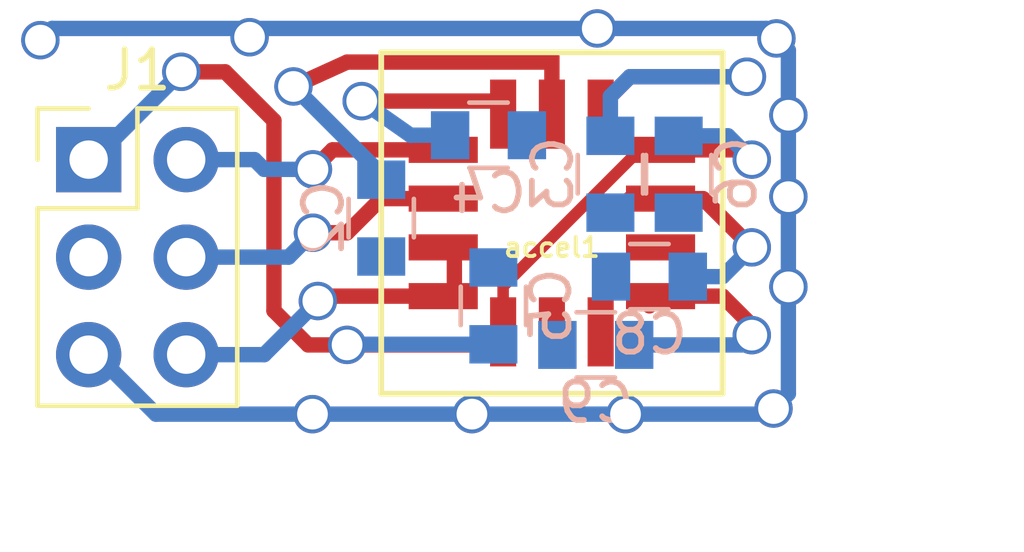
<source format=kicad_pcb>
(kicad_pcb (version 4) (host pcbnew 4.0.7)

  (general
    (links 24)
    (no_connects 11)
    (area 157.667618 104.172699 196.4285 121.032)
    (thickness 1.6)
    (drawings 6)
    (tracks 113)
    (zones 0)
    (modules 9)
    (nets 11)
  )

  (page A4)
  (title_block
    (title "Evaluation Board - ADXL355")
    (date 2018-03-06)
  )

  (layers
    (0 F.Cu signal)
    (31 B.Cu signal)
    (32 B.Adhes user)
    (33 F.Adhes user)
    (34 B.Paste user)
    (35 F.Paste user)
    (36 B.SilkS user)
    (37 F.SilkS user)
    (38 B.Mask user)
    (39 F.Mask user)
    (40 Dwgs.User user)
    (41 Cmts.User user)
    (42 Eco1.User user)
    (43 Eco2.User user)
    (44 Edge.Cuts user)
    (45 Margin user)
    (46 B.CrtYd user)
    (47 F.CrtYd user)
    (48 B.Fab user)
    (49 F.Fab user)
  )

  (setup
    (last_trace_width 0.25)
    (user_trace_width 0.2)
    (user_trace_width 0.3)
    (user_trace_width 0.4)
    (user_trace_width 0.6)
    (trace_clearance 0.25)
    (zone_clearance 0.508)
    (zone_45_only yes)
    (trace_min 0.2)
    (segment_width 0.2)
    (edge_width 0.15)
    (via_size 0.6)
    (via_drill 0.4)
    (via_min_size 0.4)
    (via_min_drill 0.3)
    (user_via 0.4 0.3)
    (user_via 0.6 0.3)
    (user_via 0.8 0.6)
    (user_via 1 0.8)
    (user_via 1.1 0.8)
    (uvia_size 0.3)
    (uvia_drill 0.1)
    (uvias_allowed no)
    (uvia_min_size 0.2)
    (uvia_min_drill 0.1)
    (pcb_text_width 0.3)
    (pcb_text_size 1.5 1.5)
    (mod_edge_width 0.15)
    (mod_text_size 1 1)
    (mod_text_width 0.15)
    (pad_size 1.524 1.524)
    (pad_drill 0.762)
    (pad_to_mask_clearance 0.2)
    (aux_axis_origin 174.371 101.727)
    (grid_origin 162.941 116.332)
    (visible_elements 7FFCF7FF)
    (pcbplotparams
      (layerselection 0x00030_80000001)
      (usegerberextensions false)
      (excludeedgelayer true)
      (linewidth 0.100000)
      (plotframeref false)
      (viasonmask false)
      (mode 1)
      (useauxorigin false)
      (hpglpennumber 1)
      (hpglpenspeed 20)
      (hpglpendiameter 15)
      (hpglpenoverlay 2)
      (psnegative false)
      (psa4output false)
      (plotreference true)
      (plotvalue false)
      (plotinvisibletext false)
      (padsonsilk false)
      (subtractmaskfromsilk false)
      (outputformat 2)
      (mirror false)
      (drillshape 1)
      (scaleselection 1)
      (outputdirectory ./))
  )

  (net 0 "")
  (net 1 "Net-(J1-Pad2)")
  (net 2 "Net-(J1-Pad4)")
  (net 3 "Net-(J1-Pad6)")
  (net 4 VDD)
  (net 5 GNDREF)
  (net 6 "Net-(C3-Pad1)")
  (net 7 "Net-(C2-Pad1)")
  (net 8 "Net-(C4-Pad1)")
  (net 9 "Net-(C9-Pad2)")
  (net 10 "Net-(C8-Pad2)")

  (net_class Default "Ceci est la Netclass par défaut"
    (clearance 0.25)
    (trace_width 0.25)
    (via_dia 0.6)
    (via_drill 0.4)
    (uvia_dia 0.3)
    (uvia_drill 0.1)
    (add_net GNDREF)
    (add_net "Net-(C2-Pad1)")
    (add_net "Net-(C3-Pad1)")
    (add_net "Net-(C4-Pad1)")
    (add_net "Net-(C8-Pad2)")
    (add_net "Net-(C9-Pad2)")
    (add_net "Net-(J1-Pad2)")
    (add_net "Net-(J1-Pad4)")
    (add_net "Net-(J1-Pad6)")
    (add_net VDD)
  )

  (module Accelerometer:ADXL355 (layer F.Cu) (tedit 5A9E82E0) (tstamp 5A9E8461)
    (at 179.705 111.125)
    (path /5A9D869E)
    (fp_text reference accel1 (at -2.54 0) (layer F.SilkS)
      (effects (font (size 0.5 0.5) (thickness 0.1)))
    )
    (fp_text value ADXL355 (at -2.54 -1.27) (layer F.Fab)
      (effects (font (size 0.5 0.5) (thickness 0.1)))
    )
    (fp_line (start -6.985 -5.08) (end 1.905 -5.08) (layer F.SilkS) (width 0.15))
    (fp_line (start 1.905 -5.08) (end 1.905 3.81) (layer F.SilkS) (width 0.15))
    (fp_line (start 1.905 3.81) (end -6.985 3.81) (layer F.SilkS) (width 0.15))
    (fp_line (start -6.985 3.81) (end -6.985 -5.08) (layer F.SilkS) (width 0.15))
    (pad 1 smd rect (at -5.08 -2.54) (size 1.8 0.68) (drill (offset -0.29 0)) (layers F.Cu F.Paste F.Mask)
      (net 1 "Net-(J1-Pad2)"))
    (pad 2 smd rect (at -5.08 -1.27) (size 1.8 0.68) (drill (offset -0.29 0)) (layers F.Cu F.Paste F.Mask)
      (net 2 "Net-(J1-Pad4)"))
    (pad 3 smd rect (at -5.08 0) (size 1.8 0.68) (drill (offset -0.29 0)) (layers F.Cu F.Paste F.Mask)
      (net 3 "Net-(J1-Pad6)"))
    (pad 4 smd rect (at -5.08 1.27) (size 1.8 0.68) (drill (offset -0.29 0)) (layers F.Cu F.Paste F.Mask)
      (net 3 "Net-(J1-Pad6)"))
    (pad 5 smd rect (at -3.81 2.54 270) (size 1.8 0.68) (drill (offset -0.34 0)) (layers F.Cu F.Paste F.Mask)
      (net 4 VDD))
    (pad 6 smd rect (at -2.54 2.54 270) (size 1.8 0.68) (drill (offset -0.34 0)) (layers F.Cu F.Paste F.Mask)
      (net 5 GNDREF))
    (pad 7 smd rect (at -1.27 2.54 270) (size 1.8 0.68) (drill (offset -0.34 0)) (layers F.Cu F.Paste F.Mask)
      (net 5 GNDREF))
    (pad 8 smd rect (at 0 1.27) (size 1.8 0.68) (drill (offset 0.29 0)) (layers F.Cu F.Paste F.Mask)
      (net 9 "Net-(C9-Pad2)"))
    (pad 9 smd rect (at 0 0) (size 1.8 0.68) (drill (offset 0.29 0)) (layers F.Cu F.Paste F.Mask)
      (net 5 GNDREF))
    (pad 10 smd rect (at 0 -1.27) (size 1.8 0.68) (drill (offset 0.29 0)) (layers F.Cu F.Paste F.Mask)
      (net 10 "Net-(C8-Pad2)"))
    (pad 11 smd rect (at 0 -2.54) (size 1.8 0.68) (drill (offset 0.29 0)) (layers F.Cu F.Paste F.Mask)
      (net 4 VDD))
    (pad 12 smd rect (at -1.27 -3.81 90) (size 1.8 0.68) (drill (offset -0.34 0)) (layers F.Cu F.Paste F.Mask)
      (net 6 "Net-(C3-Pad1)"))
    (pad 13 smd rect (at -2.54 -3.81 90) (size 1.8 0.68) (drill (offset -0.34 0)) (layers F.Cu F.Paste F.Mask)
      (net 7 "Net-(C2-Pad1)"))
    (pad 14 smd rect (at -3.81 -3.81 90) (size 1.8 0.68) (drill (offset -0.34 0)) (layers F.Cu F.Paste F.Mask)
      (net 8 "Net-(C4-Pad1)"))
  )

  (module Pin_Headers:Pin_Header_Straight_2x03_Pitch2.54mm (layer F.Cu) (tedit 5AA10EB8) (tstamp 5A9E84AD)
    (at 165.1 108.839)
    (descr "Through hole straight pin header, 2x03, 2.54mm pitch, double rows")
    (tags "Through hole pin header THT 2x03 2.54mm double row")
    (path /5A9E6CCC)
    (fp_text reference J1 (at 1.27 -2.33) (layer F.SilkS)
      (effects (font (size 1 1) (thickness 0.15)))
    )
    (fp_text value Conn_02x03_Odd_Even (at 1.27 7.41) (layer F.Fab)
      (effects (font (size 1 1) (thickness 0.15)))
    )
    (fp_line (start 0 -1.27) (end 3.81 -1.27) (layer F.Fab) (width 0.1))
    (fp_line (start 3.81 -1.27) (end 3.81 6.35) (layer F.Fab) (width 0.1))
    (fp_line (start 3.81 6.35) (end -1.27 6.35) (layer F.Fab) (width 0.1))
    (fp_line (start -1.27 6.35) (end -1.27 0) (layer F.Fab) (width 0.1))
    (fp_line (start -1.27 0) (end 0 -1.27) (layer F.Fab) (width 0.1))
    (fp_line (start -1.33 6.41) (end 3.87 6.41) (layer F.SilkS) (width 0.12))
    (fp_line (start -1.33 1.27) (end -1.33 6.41) (layer F.SilkS) (width 0.12))
    (fp_line (start 3.87 -1.33) (end 3.87 6.41) (layer F.SilkS) (width 0.12))
    (fp_line (start -1.33 1.27) (end 1.27 1.27) (layer F.SilkS) (width 0.12))
    (fp_line (start 1.27 1.27) (end 1.27 -1.33) (layer F.SilkS) (width 0.12))
    (fp_line (start 1.27 -1.33) (end 3.87 -1.33) (layer F.SilkS) (width 0.12))
    (fp_line (start -1.33 0) (end -1.33 -1.33) (layer F.SilkS) (width 0.12))
    (fp_line (start -1.33 -1.33) (end 0 -1.33) (layer F.SilkS) (width 0.12))
    (fp_line (start -1.8 -1.8) (end -1.8 6.85) (layer F.CrtYd) (width 0.05))
    (fp_line (start -1.8 6.85) (end 4.35 6.85) (layer F.CrtYd) (width 0.05))
    (fp_line (start 4.35 6.85) (end 4.35 -1.8) (layer F.CrtYd) (width 0.05))
    (fp_line (start 4.35 -1.8) (end -1.8 -1.8) (layer F.CrtYd) (width 0.05))
    (fp_text user %R (at 1.016 7.62 180) (layer F.Fab)
      (effects (font (size 1 1) (thickness 0.15)))
    )
    (pad 1 thru_hole rect (at 0 0) (size 1.7 1.7) (drill 1) (layers *.Cu *.Mask)
      (net 4 VDD))
    (pad 2 thru_hole oval (at 2.54 0) (size 1.7 1.7) (drill 1) (layers *.Cu *.Mask)
      (net 1 "Net-(J1-Pad2)"))
    (pad 3 thru_hole oval (at 0 2.54) (size 1.7 1.7) (drill 1) (layers *.Cu *.Mask)
      (net 5 GNDREF))
    (pad 4 thru_hole oval (at 2.54 2.54) (size 1.7 1.7) (drill 1) (layers *.Cu *.Mask)
      (net 2 "Net-(J1-Pad4)"))
    (pad 5 thru_hole oval (at 0 5.08) (size 1.7 1.7) (drill 1) (layers *.Cu *.Mask)
      (net 5 GNDREF))
    (pad 6 thru_hole oval (at 2.54 5.08) (size 1.7 1.7) (drill 1) (layers *.Cu *.Mask)
      (net 3 "Net-(J1-Pad6)"))
    (model ${KISYS3DMOD}/Pin_Headers.3dshapes/Pin_Header_Straight_2x03_Pitch2.54mm.wrl
      (at (xyz 0 0 0))
      (scale (xyz 1 1 1))
      (rotate (xyz 0 0 0))
    )
  )

  (module Capacitors_SMD:C_0805 (layer B.Cu) (tedit 5AA10E52) (tstamp 5A9E8491)
    (at 179.705 111.887)
    (descr "Capacitor SMD 0805, reflow soldering, AVX (see smccp.pdf)")
    (tags "capacitor 0805")
    (path /5A9E6A0B)
    (attr smd)
    (fp_text reference C8 (at 0 1.5) (layer B.SilkS)
      (effects (font (size 1 1) (thickness 0.15)) (justify mirror))
    )
    (fp_text value 0.1uF (at 0 -1.75) (layer B.Fab)
      (effects (font (size 1 1) (thickness 0.15)) (justify mirror))
    )
    (fp_text user %R (at 2.794 0) (layer B.Fab)
      (effects (font (size 1 1) (thickness 0.15)) (justify mirror))
    )
    (fp_line (start -1 -0.62) (end -1 0.62) (layer B.Fab) (width 0.1))
    (fp_line (start 1 -0.62) (end -1 -0.62) (layer B.Fab) (width 0.1))
    (fp_line (start 1 0.62) (end 1 -0.62) (layer B.Fab) (width 0.1))
    (fp_line (start -1 0.62) (end 1 0.62) (layer B.Fab) (width 0.1))
    (fp_line (start 0.5 0.85) (end -0.5 0.85) (layer B.SilkS) (width 0.12))
    (fp_line (start -0.5 -0.85) (end 0.5 -0.85) (layer B.SilkS) (width 0.12))
    (fp_line (start -1.75 0.88) (end 1.75 0.88) (layer B.CrtYd) (width 0.05))
    (fp_line (start -1.75 0.88) (end -1.75 -0.87) (layer B.CrtYd) (width 0.05))
    (fp_line (start 1.75 -0.87) (end 1.75 0.88) (layer B.CrtYd) (width 0.05))
    (fp_line (start 1.75 -0.87) (end -1.75 -0.87) (layer B.CrtYd) (width 0.05))
    (pad 1 smd rect (at -1 0) (size 1 1.25) (layers B.Cu B.Paste B.Mask)
      (net 5 GNDREF))
    (pad 2 smd rect (at 1 0) (size 1 1.25) (layers B.Cu B.Paste B.Mask)
      (net 10 "Net-(C8-Pad2)"))
    (model Capacitors_SMD.3dshapes/C_0805.wrl
      (at (xyz 0 0 0))
      (scale (xyz 1 1 1))
      (rotate (xyz 0 0 0))
    )
  )

  (module Capacitors_SMD:C_0805 (layer B.Cu) (tedit 5AA10E6D) (tstamp 5A9E846D)
    (at 172.72 110.363 270)
    (descr "Capacitor SMD 0805, reflow soldering, AVX (see smccp.pdf)")
    (tags "capacitor 0805")
    (path /5A9E5244)
    (attr smd)
    (fp_text reference C2 (at 0 1.5 270) (layer B.SilkS)
      (effects (font (size 1 1) (thickness 0.15)) (justify mirror))
    )
    (fp_text value 0.1uF (at 0 -1.75 270) (layer B.Fab)
      (effects (font (size 1 1) (thickness 0.15)) (justify mirror))
    )
    (fp_text user %R (at -2.413 0 360) (layer B.Fab)
      (effects (font (size 1 1) (thickness 0.15)) (justify mirror))
    )
    (fp_line (start -1 -0.62) (end -1 0.62) (layer B.Fab) (width 0.1))
    (fp_line (start 1 -0.62) (end -1 -0.62) (layer B.Fab) (width 0.1))
    (fp_line (start 1 0.62) (end 1 -0.62) (layer B.Fab) (width 0.1))
    (fp_line (start -1 0.62) (end 1 0.62) (layer B.Fab) (width 0.1))
    (fp_line (start 0.5 0.85) (end -0.5 0.85) (layer B.SilkS) (width 0.12))
    (fp_line (start -0.5 -0.85) (end 0.5 -0.85) (layer B.SilkS) (width 0.12))
    (fp_line (start -1.75 0.88) (end 1.75 0.88) (layer B.CrtYd) (width 0.05))
    (fp_line (start -1.75 0.88) (end -1.75 -0.87) (layer B.CrtYd) (width 0.05))
    (fp_line (start 1.75 -0.87) (end 1.75 0.88) (layer B.CrtYd) (width 0.05))
    (fp_line (start 1.75 -0.87) (end -1.75 -0.87) (layer B.CrtYd) (width 0.05))
    (pad 1 smd rect (at -1 0 270) (size 1 1.25) (layers B.Cu B.Paste B.Mask)
      (net 7 "Net-(C2-Pad1)"))
    (pad 2 smd rect (at 1 0 270) (size 1 1.25) (layers B.Cu B.Paste B.Mask)
      (net 5 GNDREF))
    (model Capacitors_SMD.3dshapes/C_0805.wrl
      (at (xyz 0 0 0))
      (scale (xyz 1 1 1))
      (rotate (xyz 0 0 0))
    )
  )

  (module Capacitors_SMD:C_0805 (layer B.Cu) (tedit 5AA10E49) (tstamp 5A9E8473)
    (at 178.689 109.22 270)
    (descr "Capacitor SMD 0805, reflow soldering, AVX (see smccp.pdf)")
    (tags "capacitor 0805")
    (path /5A9E511E)
    (attr smd)
    (fp_text reference C3 (at 0 1.5 270) (layer B.SilkS)
      (effects (font (size 1 1) (thickness 0.15)) (justify mirror))
    )
    (fp_text value 0.1uF (at 0 -1.75 270) (layer B.Fab)
      (effects (font (size 1 1) (thickness 0.15)) (justify mirror))
    )
    (fp_text user %R (at -2.413 0 540) (layer B.Fab)
      (effects (font (size 1 1) (thickness 0.15)) (justify mirror))
    )
    (fp_line (start -1 -0.62) (end -1 0.62) (layer B.Fab) (width 0.1))
    (fp_line (start 1 -0.62) (end -1 -0.62) (layer B.Fab) (width 0.1))
    (fp_line (start 1 0.62) (end 1 -0.62) (layer B.Fab) (width 0.1))
    (fp_line (start -1 0.62) (end 1 0.62) (layer B.Fab) (width 0.1))
    (fp_line (start 0.5 0.85) (end -0.5 0.85) (layer B.SilkS) (width 0.12))
    (fp_line (start -0.5 -0.85) (end 0.5 -0.85) (layer B.SilkS) (width 0.12))
    (fp_line (start -1.75 0.88) (end 1.75 0.88) (layer B.CrtYd) (width 0.05))
    (fp_line (start -1.75 0.88) (end -1.75 -0.87) (layer B.CrtYd) (width 0.05))
    (fp_line (start 1.75 -0.87) (end 1.75 0.88) (layer B.CrtYd) (width 0.05))
    (fp_line (start 1.75 -0.87) (end -1.75 -0.87) (layer B.CrtYd) (width 0.05))
    (pad 1 smd rect (at -1 0 270) (size 1 1.25) (layers B.Cu B.Paste B.Mask)
      (net 6 "Net-(C3-Pad1)"))
    (pad 2 smd rect (at 1 0 270) (size 1 1.25) (layers B.Cu B.Paste B.Mask)
      (net 5 GNDREF))
    (model Capacitors_SMD.3dshapes/C_0805.wrl
      (at (xyz 0 0 0))
      (scale (xyz 1 1 1))
      (rotate (xyz 0 0 0))
    )
  )

  (module Capacitors_SMD:C_0805 (layer B.Cu) (tedit 5AA10E67) (tstamp 5A9E8479)
    (at 175.514 108.204)
    (descr "Capacitor SMD 0805, reflow soldering, AVX (see smccp.pdf)")
    (tags "capacitor 0805")
    (path /5A9E8B93)
    (attr smd)
    (fp_text reference C4 (at 0 1.5) (layer B.SilkS)
      (effects (font (size 1 1) (thickness 0.15)) (justify mirror))
    )
    (fp_text value 0.1uF (at 0 -1.75) (layer B.Fab)
      (effects (font (size 1 1) (thickness 0.15)) (justify mirror))
    )
    (fp_text user %R (at 1.016 1.651) (layer B.Fab)
      (effects (font (size 1 1) (thickness 0.15)) (justify mirror))
    )
    (fp_line (start -1 -0.62) (end -1 0.62) (layer B.Fab) (width 0.1))
    (fp_line (start 1 -0.62) (end -1 -0.62) (layer B.Fab) (width 0.1))
    (fp_line (start 1 0.62) (end 1 -0.62) (layer B.Fab) (width 0.1))
    (fp_line (start -1 0.62) (end 1 0.62) (layer B.Fab) (width 0.1))
    (fp_line (start 0.5 0.85) (end -0.5 0.85) (layer B.SilkS) (width 0.12))
    (fp_line (start -0.5 -0.85) (end 0.5 -0.85) (layer B.SilkS) (width 0.12))
    (fp_line (start -1.75 0.88) (end 1.75 0.88) (layer B.CrtYd) (width 0.05))
    (fp_line (start -1.75 0.88) (end -1.75 -0.87) (layer B.CrtYd) (width 0.05))
    (fp_line (start 1.75 -0.87) (end 1.75 0.88) (layer B.CrtYd) (width 0.05))
    (fp_line (start 1.75 -0.87) (end -1.75 -0.87) (layer B.CrtYd) (width 0.05))
    (pad 1 smd rect (at -1 0) (size 1 1.25) (layers B.Cu B.Paste B.Mask)
      (net 8 "Net-(C4-Pad1)"))
    (pad 2 smd rect (at 1 0) (size 1 1.25) (layers B.Cu B.Paste B.Mask)
      (net 5 GNDREF))
    (model Capacitors_SMD.3dshapes/C_0805.wrl
      (at (xyz 0 0 0))
      (scale (xyz 1 1 1))
      (rotate (xyz 0 0 0))
    )
  )

  (module Capacitors_SMD:C_0805 (layer B.Cu) (tedit 5AA10E5E) (tstamp 5A9E847F)
    (at 175.641 112.649 90)
    (descr "Capacitor SMD 0805, reflow soldering, AVX (see smccp.pdf)")
    (tags "capacitor 0805")
    (path /5A9E54AD)
    (attr smd)
    (fp_text reference C5 (at 0 1.5 90) (layer B.SilkS)
      (effects (font (size 1 1) (thickness 0.15)) (justify mirror))
    )
    (fp_text value 0.1uF (at 0 -1.75 90) (layer B.Fab)
      (effects (font (size 1 1) (thickness 0.15)) (justify mirror))
    )
    (fp_text user %R (at -2.667 0 180) (layer B.Fab)
      (effects (font (size 1 1) (thickness 0.15)) (justify mirror))
    )
    (fp_line (start -1 -0.62) (end -1 0.62) (layer B.Fab) (width 0.1))
    (fp_line (start 1 -0.62) (end -1 -0.62) (layer B.Fab) (width 0.1))
    (fp_line (start 1 0.62) (end 1 -0.62) (layer B.Fab) (width 0.1))
    (fp_line (start -1 0.62) (end 1 0.62) (layer B.Fab) (width 0.1))
    (fp_line (start 0.5 0.85) (end -0.5 0.85) (layer B.SilkS) (width 0.12))
    (fp_line (start -0.5 -0.85) (end 0.5 -0.85) (layer B.SilkS) (width 0.12))
    (fp_line (start -1.75 0.88) (end 1.75 0.88) (layer B.CrtYd) (width 0.05))
    (fp_line (start -1.75 0.88) (end -1.75 -0.87) (layer B.CrtYd) (width 0.05))
    (fp_line (start 1.75 -0.87) (end 1.75 0.88) (layer B.CrtYd) (width 0.05))
    (fp_line (start 1.75 -0.87) (end -1.75 -0.87) (layer B.CrtYd) (width 0.05))
    (pad 1 smd rect (at -1 0 90) (size 1 1.25) (layers B.Cu B.Paste B.Mask)
      (net 4 VDD))
    (pad 2 smd rect (at 1 0 90) (size 1 1.25) (layers B.Cu B.Paste B.Mask)
      (net 5 GNDREF))
    (model Capacitors_SMD.3dshapes/C_0805.wrl
      (at (xyz 0 0 0))
      (scale (xyz 1 1 1))
      (rotate (xyz 0 0 0))
    )
  )

  (module Capacitors_SMD:C_0805 (layer B.Cu) (tedit 5AA10E38) (tstamp 5A9E8485)
    (at 180.467 109.22 90)
    (descr "Capacitor SMD 0805, reflow soldering, AVX (see smccp.pdf)")
    (tags "capacitor 0805")
    (path /5A9D7E4D)
    (attr smd)
    (fp_text reference C6 (at 0 1.5 90) (layer B.SilkS)
      (effects (font (size 1 1) (thickness 0.15)) (justify mirror))
    )
    (fp_text value 0.1uF (at 0 -1.75 90) (layer B.Fab)
      (effects (font (size 1 1) (thickness 0.15)) (justify mirror))
    )
    (fp_text user %R (at 2.413 0 180) (layer B.Fab)
      (effects (font (size 1 1) (thickness 0.15)) (justify mirror))
    )
    (fp_line (start -1 -0.62) (end -1 0.62) (layer B.Fab) (width 0.1))
    (fp_line (start 1 -0.62) (end -1 -0.62) (layer B.Fab) (width 0.1))
    (fp_line (start 1 0.62) (end 1 -0.62) (layer B.Fab) (width 0.1))
    (fp_line (start -1 0.62) (end 1 0.62) (layer B.Fab) (width 0.1))
    (fp_line (start 0.5 0.85) (end -0.5 0.85) (layer B.SilkS) (width 0.12))
    (fp_line (start -0.5 -0.85) (end 0.5 -0.85) (layer B.SilkS) (width 0.12))
    (fp_line (start -1.75 0.88) (end 1.75 0.88) (layer B.CrtYd) (width 0.05))
    (fp_line (start -1.75 0.88) (end -1.75 -0.87) (layer B.CrtYd) (width 0.05))
    (fp_line (start 1.75 -0.87) (end 1.75 0.88) (layer B.CrtYd) (width 0.05))
    (fp_line (start 1.75 -0.87) (end -1.75 -0.87) (layer B.CrtYd) (width 0.05))
    (pad 1 smd rect (at -1 0 90) (size 1 1.25) (layers B.Cu B.Paste B.Mask)
      (net 5 GNDREF))
    (pad 2 smd rect (at 1 0 90) (size 1 1.25) (layers B.Cu B.Paste B.Mask)
      (net 4 VDD))
    (model Capacitors_SMD.3dshapes/C_0805.wrl
      (at (xyz 0 0 0))
      (scale (xyz 1 1 1))
      (rotate (xyz 0 0 0))
    )
  )

  (module Capacitors_SMD:C_0805 (layer B.Cu) (tedit 5AA10E58) (tstamp 5A9E8497)
    (at 178.308 113.665)
    (descr "Capacitor SMD 0805, reflow soldering, AVX (see smccp.pdf)")
    (tags "capacitor 0805")
    (path /5A9E6AB5)
    (attr smd)
    (fp_text reference C9 (at 0 1.5) (layer B.SilkS)
      (effects (font (size 1 1) (thickness 0.15)) (justify mirror))
    )
    (fp_text value 0.1uF (at 0 -1.75) (layer B.Fab)
      (effects (font (size 1 1) (thickness 0.15)) (justify mirror))
    )
    (fp_text user %R (at 2.794 0) (layer B.Fab)
      (effects (font (size 1 1) (thickness 0.15)) (justify mirror))
    )
    (fp_line (start -1 -0.62) (end -1 0.62) (layer B.Fab) (width 0.1))
    (fp_line (start 1 -0.62) (end -1 -0.62) (layer B.Fab) (width 0.1))
    (fp_line (start 1 0.62) (end 1 -0.62) (layer B.Fab) (width 0.1))
    (fp_line (start -1 0.62) (end 1 0.62) (layer B.Fab) (width 0.1))
    (fp_line (start 0.5 0.85) (end -0.5 0.85) (layer B.SilkS) (width 0.12))
    (fp_line (start -0.5 -0.85) (end 0.5 -0.85) (layer B.SilkS) (width 0.12))
    (fp_line (start -1.75 0.88) (end 1.75 0.88) (layer B.CrtYd) (width 0.05))
    (fp_line (start -1.75 0.88) (end -1.75 -0.87) (layer B.CrtYd) (width 0.05))
    (fp_line (start 1.75 -0.87) (end 1.75 0.88) (layer B.CrtYd) (width 0.05))
    (fp_line (start 1.75 -0.87) (end -1.75 -0.87) (layer B.CrtYd) (width 0.05))
    (pad 1 smd rect (at -1 0) (size 1 1.25) (layers B.Cu B.Paste B.Mask)
      (net 5 GNDREF))
    (pad 2 smd rect (at 1 0) (size 1 1.25) (layers B.Cu B.Paste B.Mask)
      (net 9 "Net-(C9-Pad2)"))
    (model Capacitors_SMD.3dshapes/C_0805.wrl
      (at (xyz 0 0 0))
      (scale (xyz 1 1 1))
      (rotate (xyz 0 0 0))
    )
  )

  (dimension 11.5 (width 0.3) (layer F.Fab)
    (gr_text "11,500 mm" (at 189.9285 110.5916 90) (layer F.Fab)
      (effects (font (size 1.5 1.5) (thickness 0.3)))
    )
    (feature1 (pts (xy 183.941 104.832) (xy 188.141 104.832)))
    (feature2 (pts (xy 183.941 116.332) (xy 188.141 116.332)))
    (crossbar (pts (xy 185.441 116.332) (xy 185.441 104.832)))
    (arrow1a (pts (xy 185.441 104.832) (xy 186.027421 105.958504)))
    (arrow1b (pts (xy 185.441 104.832) (xy 184.854579 105.958504)))
    (arrow2a (pts (xy 185.441 116.332) (xy 186.027421 115.205496)))
    (arrow2b (pts (xy 185.441 116.332) (xy 184.854579 115.205496)))
  )
  (dimension 21 (width 0.3) (layer F.Fab)
    (gr_text "21,000 mm" (at 173.441 119.681999) (layer F.Fab)
      (effects (font (size 1.5 1.5) (thickness 0.3)))
    )
    (feature1 (pts (xy 183.941 116.332) (xy 183.941 121.031999)))
    (feature2 (pts (xy 162.941 116.332) (xy 162.941 121.031999)))
    (crossbar (pts (xy 162.941 118.331999) (xy 183.941 118.331999)))
    (arrow1a (pts (xy 183.941 118.331999) (xy 182.814496 118.91842)))
    (arrow1b (pts (xy 183.941 118.331999) (xy 182.814496 117.745578)))
    (arrow2a (pts (xy 162.941 118.331999) (xy 164.067504 118.91842)))
    (arrow2b (pts (xy 162.941 118.331999) (xy 164.067504 117.745578)))
  )
  (gr_line (start 162.941 104.832) (end 162.941 116.332) (angle 90) (layer F.Fab) (width 0.2))
  (gr_line (start 183.941 104.832) (end 162.941 104.832) (angle 90) (layer F.Fab) (width 0.2))
  (gr_line (start 183.941 116.332) (end 183.941 104.832) (angle 90) (layer F.Fab) (width 0.2))
  (gr_line (start 162.941 116.332) (end 183.941 116.332) (angle 90) (layer F.Fab) (width 0.2))

  (segment (start 167.64 108.839) (end 169.418 108.839) (width 0.4) (layer B.Cu) (net 1))
  (segment (start 171.45 108.585) (end 174.625 108.585) (width 0.4) (layer F.Cu) (net 1) (tstamp 5AA11611))
  (segment (start 170.942 109.093) (end 171.45 108.585) (width 0.4) (layer F.Cu) (net 1) (tstamp 5AA11610))
  (via (at 170.942 109.093) (size 1) (drill 0.8) (layers F.Cu B.Cu) (net 1))
  (segment (start 169.672 109.093) (end 170.942 109.093) (width 0.4) (layer B.Cu) (net 1) (tstamp 5AA1160A))
  (segment (start 169.418 108.839) (end 169.672 109.093) (width 0.4) (layer B.Cu) (net 1) (tstamp 5AA11607))
  (segment (start 174.625 109.855) (end 172.72 109.855) (width 0.4) (layer F.Cu) (net 2))
  (segment (start 170.307 111.379) (end 167.64 111.379) (width 0.4) (layer B.Cu) (net 2) (tstamp 5AA11625))
  (segment (start 170.942 110.744) (end 170.307 111.379) (width 0.4) (layer B.Cu) (net 2) (tstamp 5AA11624))
  (via (at 170.942 110.744) (size 1) (drill 0.8) (layers F.Cu B.Cu) (net 2))
  (segment (start 171.831 110.744) (end 170.942 110.744) (width 0.4) (layer F.Cu) (net 2) (tstamp 5AA1161C))
  (segment (start 172.72 109.855) (end 171.831 110.744) (width 0.4) (layer F.Cu) (net 2) (tstamp 5AA1161A))
  (segment (start 167.64 113.919) (end 169.672 113.919) (width 0.4) (layer B.Cu) (net 3))
  (segment (start 171.196 112.395) (end 174.625 112.395) (width 0.4) (layer F.Cu) (net 3) (tstamp 5AA11636))
  (segment (start 171.069 112.522) (end 171.196 112.395) (width 0.4) (layer F.Cu) (net 3) (tstamp 5AA11635))
  (via (at 171.069 112.522) (size 1) (drill 0.8) (layers F.Cu B.Cu) (net 3))
  (segment (start 169.672 113.919) (end 171.069 112.522) (width 0.4) (layer B.Cu) (net 3) (tstamp 5AA11632))
  (segment (start 174.625 112.395) (end 174.625 111.125) (width 0.4) (layer F.Cu) (net 3))
  (segment (start 171.831 113.665) (end 170.815 113.665) (width 0.4) (layer F.Cu) (net 4))
  (segment (start 167.513 106.553) (end 165.227 108.839) (width 0.4) (layer B.Cu) (net 4) (tstamp 5AA1158E))
  (via (at 167.513 106.553) (size 1) (drill 0.8) (layers F.Cu B.Cu) (net 4))
  (segment (start 168.656 106.553) (end 167.513 106.553) (width 0.4) (layer F.Cu) (net 4) (tstamp 5AA1158C))
  (segment (start 169.926 107.823) (end 168.656 106.553) (width 0.4) (layer F.Cu) (net 4) (tstamp 5AA1158B))
  (segment (start 169.926 112.776) (end 169.926 107.823) (width 0.4) (layer F.Cu) (net 4) (tstamp 5AA1158A))
  (segment (start 170.815 113.665) (end 169.926 112.776) (width 0.4) (layer F.Cu) (net 4) (tstamp 5AA11589))
  (segment (start 165.227 108.839) (end 165.1 108.839) (width 0.4) (layer B.Cu) (net 4) (tstamp 5AA1158F))
  (segment (start 182.118 108.585) (end 179.705 108.585) (width 0.4) (layer F.Cu) (net 4) (tstamp 5AA1075F))
  (segment (start 182.372 108.839) (end 182.118 108.585) (width 0.4) (layer F.Cu) (net 4) (tstamp 5AA1075E))
  (via (at 182.372 108.839) (size 1) (drill 0.8) (layers F.Cu B.Cu) (net 4))
  (segment (start 181.753 108.22) (end 182.372 108.839) (width 0.4) (layer B.Cu) (net 4) (tstamp 5AA1075B))
  (segment (start 180.467 108.22) (end 181.753 108.22) (width 0.4) (layer B.Cu) (net 4))
  (segment (start 175.641 113.649) (end 171.847 113.649) (width 0.4) (layer B.Cu) (net 4) (tstamp 5AA0FB4E))
  (segment (start 171.847 113.649) (end 171.831 113.665) (width 0.4) (layer B.Cu) (net 4) (tstamp 5AA0FB4D))
  (via (at 171.831 113.665) (size 1) (drill 0.8) (layers F.Cu B.Cu) (net 4))
  (segment (start 171.831 113.665) (end 175.895 113.665) (width 0.4) (layer F.Cu) (net 4) (tstamp 5AA0FB4A))
  (segment (start 179.705 108.585) (end 179.451 108.585) (width 0.3) (layer F.Cu) (net 4))
  (segment (start 179.451 108.585) (end 175.895 112.141) (width 0.3) (layer F.Cu) (net 4) (tstamp 5A9FF9D8))
  (segment (start 175.895 112.141) (end 175.895 113.665) (width 0.3) (layer F.Cu) (net 4) (tstamp 5A9FF9DD))
  (via (at 175.0822 115.4684) (size 1) (drill 0.8) (layers F.Cu B.Cu) (net 5))
  (via (at 179.0827 115.4684) (size 1) (drill 0.8) (layers F.Cu B.Cu) (net 5))
  (via (at 183.3245 112.1537) (size 1) (drill 0.8) (layers F.Cu B.Cu) (net 5))
  (via (at 183.3245 107.6833) (size 1) (drill 0.8) (layers F.Cu B.Cu) (net 5))
  (via (at 183.3245 109.8042) (size 1) (drill 0.8) (layers F.Cu B.Cu) (net 5))
  (via (at 178.3461 105.4227) (size 1) (drill 0.8) (layers F.Cu B.Cu) (net 5))
  (segment (start 169.3672 105.4227) (end 169.3672 105.5751) (width 0.4) (layer B.Cu) (net 5))
  (via (at 169.291 105.6513) (size 1) (drill 0.8) (layers F.Cu B.Cu) (net 5))
  (segment (start 169.3672 105.5751) (end 169.291 105.6513) (width 0.4) (layer B.Cu) (net 5) (tstamp 5AA11C44))
  (segment (start 163.9316 105.6386) (end 163.8427 105.7275) (width 0.4) (layer B.Cu) (net 5))
  (segment (start 163.9316 105.6386) (end 163.8427 105.7275) (width 0.4) (layer B.Cu) (net 5) (tstamp 5AA11C38))
  (segment (start 164.1475 105.4227) (end 163.9316 105.6386) (width 0.4) (layer B.Cu) (net 5) (tstamp 5AA11BFF))
  (segment (start 182.753 105.4227) (end 178.3461 105.4227) (width 0.4) (layer B.Cu) (net 5) (tstamp 5AA11BFA))
  (segment (start 178.3461 105.4227) (end 169.3672 105.4227) (width 0.4) (layer B.Cu) (net 5) (tstamp 5AA11C5B))
  (segment (start 169.3672 105.4227) (end 164.1475 105.4227) (width 0.4) (layer B.Cu) (net 5) (tstamp 5AA11C42))
  (segment (start 183.01335 105.68305) (end 182.753 105.4227) (width 0.4) (layer B.Cu) (net 5) (tstamp 5AA11C2D))
  (via (at 163.8427 105.7275) (size 1) (drill 0.8) (layers F.Cu B.Cu) (net 5))
  (via (at 183.01335 105.68305) (size 1) (drill 0.8) (layers F.Cu B.Cu) (net 5))
  (segment (start 183.01335 105.68305) (end 183.0197 105.6767) (width 0.4) (layer F.Cu) (net 5) (tstamp 5AA11C30))
  (via (at 182.93715 115.32235) (size 1) (drill 0.8) (layers F.Cu B.Cu) (net 5))
  (segment (start 182.9435 115.2398) (end 182.9435 115.316) (width 0.4) (layer F.Cu) (net 5) (tstamp 5AA11C29))
  (segment (start 182.9435 115.316) (end 182.93715 115.32235) (width 0.4) (layer F.Cu) (net 5) (tstamp 5AA11C28))
  (via (at 170.9293 115.4684) (size 1) (drill 0.8) (layers F.Cu B.Cu) (net 5))
  (segment (start 170.9801 115.443) (end 170.9547 115.443) (width 0.4) (layer F.Cu) (net 5) (tstamp 5AA11C14))
  (segment (start 170.9547 115.443) (end 170.9293 115.4684) (width 0.4) (layer F.Cu) (net 5) (tstamp 5AA11C13))
  (segment (start 165.1 113.919) (end 165.3032 113.919) (width 0.4) (layer B.Cu) (net 5))
  (segment (start 165.3032 113.919) (end 166.8526 115.4684) (width 0.4) (layer B.Cu) (net 5) (tstamp 5AA11BDB))
  (segment (start 166.8526 115.4684) (end 170.9293 115.4684) (width 0.4) (layer B.Cu) (net 5) (tstamp 5AA11BDE))
  (segment (start 170.9293 115.4684) (end 175.0822 115.4684) (width 0.4) (layer B.Cu) (net 5) (tstamp 5AA11C0F))
  (segment (start 175.0822 115.4684) (end 179.0827 115.4684) (width 0.4) (layer B.Cu) (net 5) (tstamp 5AA11C98))
  (segment (start 179.0827 115.4684) (end 179.2097 115.4684) (width 0.4) (layer B.Cu) (net 5) (tstamp 5AA11C90))
  (segment (start 179.2097 115.4684) (end 182.7911 115.4684) (width 0.4) (layer B.Cu) (net 5) (tstamp 5AA11C8C))
  (segment (start 182.7911 115.4684) (end 182.93715 115.32235) (width 0.4) (layer B.Cu) (net 5) (tstamp 5AA11BE6))
  (segment (start 182.93715 115.32235) (end 183.3245 114.935) (width 0.4) (layer B.Cu) (net 5) (tstamp 5AA11C25))
  (segment (start 183.3245 114.935) (end 183.3245 112.1537) (width 0.4) (layer B.Cu) (net 5) (tstamp 5AA11BEE))
  (segment (start 183.3245 112.1537) (end 183.3245 109.8042) (width 0.4) (layer B.Cu) (net 5) (tstamp 5AA11C7D))
  (segment (start 183.3245 109.8042) (end 183.3245 107.6833) (width 0.4) (layer B.Cu) (net 5) (tstamp 5AA11C66))
  (segment (start 183.3245 107.6833) (end 183.3245 105.9942) (width 0.4) (layer B.Cu) (net 5) (tstamp 5AA11C76))
  (segment (start 183.3245 105.9942) (end 183.01335 105.68305) (width 0.4) (layer B.Cu) (net 5) (tstamp 5AA11BF7))
  (segment (start 178.435 107.315) (end 178.562 107.315) (width 0.4) (layer F.Cu) (net 6))
  (segment (start 178.562 107.315) (end 179.197 106.68) (width 0.4) (layer F.Cu) (net 6) (tstamp 5AA10B6E))
  (segment (start 178.689 107.188) (end 178.689 108.22) (width 0.4) (layer B.Cu) (net 6) (tstamp 5AA10B75))
  (segment (start 179.197 106.68) (end 178.689 107.188) (width 0.4) (layer B.Cu) (net 6) (tstamp 5AA10B74))
  (segment (start 182.245 106.68) (end 179.197 106.68) (width 0.4) (layer B.Cu) (net 6) (tstamp 5AA10B73))
  (via (at 182.245 106.68) (size 1) (drill 0.8) (layers F.Cu B.Cu) (net 6))
  (segment (start 179.197 106.68) (end 182.245 106.68) (width 0.4) (layer F.Cu) (net 6) (tstamp 5AA10B70))
  (segment (start 178.435 107.315) (end 178.435 108.331) (width 0.4) (layer F.Cu) (net 6))
  (segment (start 177.165 107.315) (end 177.165 106.172) (width 0.4) (layer F.Cu) (net 7))
  (segment (start 170.434 106.934) (end 172.72 109.22) (width 0.4) (layer B.Cu) (net 7) (tstamp 5AA11536))
  (via (at 170.434 106.934) (size 1) (drill 0.8) (layers F.Cu B.Cu) (net 7))
  (segment (start 171.831 106.299) (end 170.434 106.934) (width 0.4) (layer F.Cu) (net 7) (tstamp 5AA11531))
  (segment (start 177.038 106.299) (end 171.831 106.299) (width 0.4) (layer F.Cu) (net 7) (tstamp 5AA11528))
  (segment (start 177.165 106.172) (end 177.038 106.299) (width 0.4) (layer F.Cu) (net 7) (tstamp 5AA11525))
  (segment (start 172.72 109.22) (end 172.72 109.363) (width 0.4) (layer B.Cu) (net 7) (tstamp 5AA11537))
  (segment (start 172.72 109.363) (end 172.72 109.22) (width 0.4) (layer B.Cu) (net 7))
  (segment (start 177.165 108.331) (end 177.165 107.315) (width 0.4) (layer F.Cu) (net 7) (tstamp 5AA0F2BC))
  (segment (start 175.895 107.315) (end 172.466 107.315) (width 0.4) (layer F.Cu) (net 8))
  (segment (start 173.482 108.204) (end 174.514 108.204) (width 0.4) (layer B.Cu) (net 8) (tstamp 5AA114C8))
  (segment (start 172.212 107.315) (end 173.482 108.204) (width 0.4) (layer B.Cu) (net 8) (tstamp 5AA114C7))
  (via (at 172.212 107.315) (size 1) (drill 0.8) (layers F.Cu B.Cu) (net 8))
  (segment (start 172.466 107.315) (end 172.212 107.315) (width 0.4) (layer F.Cu) (net 8) (tstamp 5AA114B7))
  (segment (start 179.705 112.395) (end 181.61 112.395) (width 0.4) (layer F.Cu) (net 9))
  (segment (start 182.118 113.665) (end 179.308 113.665) (width 0.4) (layer B.Cu) (net 9) (tstamp 5AA10C87))
  (segment (start 182.372 113.411) (end 182.118 113.665) (width 0.4) (layer B.Cu) (net 9) (tstamp 5AA10C86))
  (via (at 182.372 113.411) (size 1) (drill 0.8) (layers F.Cu B.Cu) (net 9))
  (segment (start 182.372 113.157) (end 182.372 113.411) (width 0.4) (layer F.Cu) (net 9) (tstamp 5AA10C81))
  (segment (start 181.61 112.395) (end 182.372 113.157) (width 0.4) (layer F.Cu) (net 9) (tstamp 5AA10C7C))
  (segment (start 179.705 112.395) (end 179.705 112.649) (width 0.4) (layer F.Cu) (net 9))
  (segment (start 179.705 109.855) (end 181.102 109.855) (width 0.4) (layer F.Cu) (net 10))
  (segment (start 181.61 111.887) (end 180.705 111.887) (width 0.4) (layer B.Cu) (net 10) (tstamp 5AA10769))
  (segment (start 182.372 111.125) (end 181.61 111.887) (width 0.4) (layer B.Cu) (net 10) (tstamp 5AA10768))
  (via (at 182.372 111.125) (size 1) (drill 0.8) (layers F.Cu B.Cu) (net 10))
  (segment (start 181.102 109.855) (end 182.372 111.125) (width 0.4) (layer F.Cu) (net 10) (tstamp 5AA10764))
  (segment (start 180.451 111.633) (end 180.594 111.633) (width 0.4) (layer B.Cu) (net 10))
  (segment (start 179.705 109.855) (end 179.197 109.855) (width 0.4) (layer F.Cu) (net 10))

)

</source>
